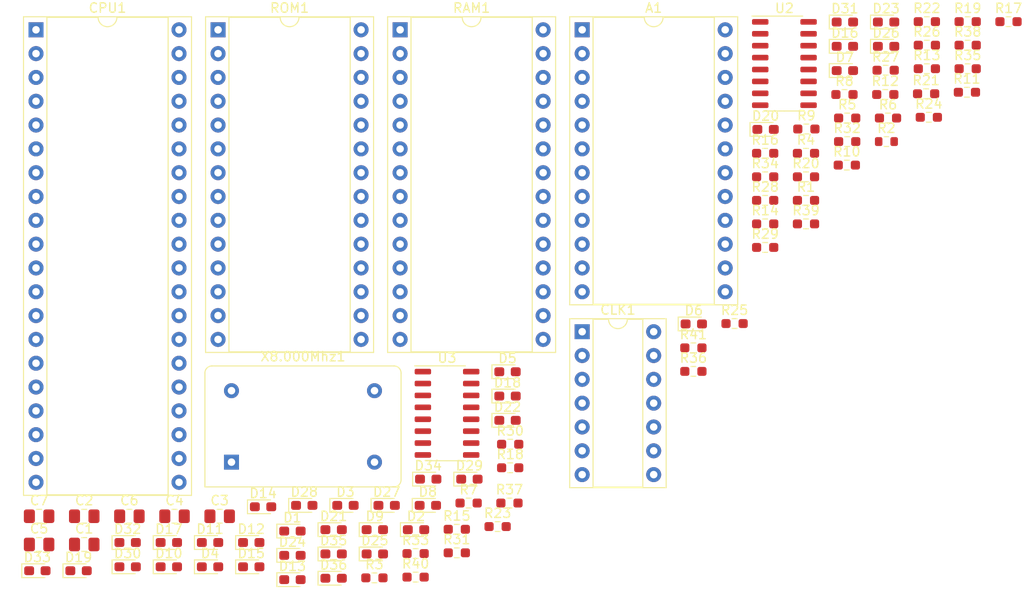
<source format=kicad_pcb>
(kicad_pcb (version 20211014) (generator pcbnew)
  (layers (0 "F.Cu" signal) (31 "B.Cu" signal) (34 "B.Paste" user) (35 "F.Paste" user) (36 "B.SilkS" user "B.Silkscreen") (37 "F.SilkS" user "F.Silkscreen") (38 "B.Mask" user) (39 "F.Mask" user) (44 "Edge.Cuts" user))
  (net 0 "")
  (net 5 "Net-(A1-Pad5)")
  (net 6 "Net-(A1-Pad6)")
  (net 9 "Net-(A1-Pad9)")
  (net 25 "Net-(C1-Pad1)")
  (net 26 "GND")
  (net 27 "+5V")
  (net 28 "Net-(C5-Pad1)")
  (net 29 "Net-(C6-Pad1)")
  (net 30 "Net-(C7-Pad2)")
  (net 31 "Net-(CLK1-Pad1)")
  (net 32 "Net-(CLK1-Pad8)")
  (net 33 "/ManClk")
  (net 34 "/A11")
  (net 35 "/A12")
  (net 36 "/A13")
  (net 37 "/A14")
  (net 38 "/A15")
  (net 39 "Clock")
  (net 40 "/D4")
  (net 41 "/D3")
  (net 42 "/D5")
  (net 43 "/D6")
  (net 44 "/D2")
  (net 45 "/D7")
  (net 46 "/D0")
  (net 47 "/D1")
  (net 48 "/INT")
  (net 49 "/NMI")
  (net 50 "/HALT")
  (net 51 "/MREQ")
  (net 52 "/IORQ")
  (net 53 "/RD")
  (net 54 "/WR")
  (net 56 "/WAIT")
  (net 58 "Net-(CPU1-Pad26)")
  (net 59 "/M1")
  (net 60 "/RFSH")
  (net 61 "/A0")
  (net 62 "/A1")
  (net 63 "/A2")
  (net 64 "/A3")
  (net 65 "/A4")
  (net 66 "/A5")
  (net 67 "/A6")
  (net 68 "/A7")
  (net 69 "/A8")
  (net 70 "/A9")
  (net 71 "/A10")
  (net 72 "Net-(D1-Pad2)")
  (net 73 "Net-(D2-Pad2)")
  (net 74 "Net-(D3-Pad1)")
  (net 75 "Net-(D4-Pad1)")
  (net 76 "Net-(D5-Pad1)")
  (net 77 "Net-(D6-Pad1)")
  (net 78 "Net-(D7-Pad1)")
  (net 79 "Net-(D8-Pad1)")
  (net 80 "Net-(D9-Pad1)")
  (net 81 "Net-(D10-Pad1)")
  (net 82 "Net-(D11-Pad1)")
  (net 83 "Net-(D12-Pad1)")
  (net 84 "Net-(D13-Pad1)")
  (net 85 "Net-(D14-Pad1)")
  (net 86 "Net-(D15-Pad1)")
  (net 87 "Net-(D16-Pad1)")
  (net 88 "Net-(D17-Pad1)")
  (net 89 "Net-(D18-Pad1)")
  (net 90 "Net-(D19-Pad1)")
  (net 91 "Net-(D20-Pad1)")
  (net 92 "Net-(D21-Pad1)")
  (net 93 "Net-(D22-Pad1)")
  (net 94 "Net-(D23-Pad1)")
  (net 95 "Net-(D24-Pad1)")
  (net 96 "Net-(D25-Pad1)")
  (net 97 "Net-(D26-Pad1)")
  (net 98 "Net-(D27-Pad1)")
  (net 99 "Net-(D28-Pad1)")
  (net 100 "Net-(D29-Pad1)")
  (net 101 "Net-(D30-Pad1)")
  (net 102 "Net-(D31-Pad1)")
  (net 103 "Net-(D32-Pad1)")
  (net 104 "Net-(D33-Pad1)")
  (net 105 "Net-(D34-Pad1)")
  (net 106 "Net-(D35-Pad1)")
  (net 107 "Net-(D36-Pad1)")
  (net 108 "Net-(R3-Pad1)")
  (net 109 "/AdjClk")
  (net 110 "/RST")
  (net 111 "/RAM1-CS")
  (net 112 "/ROM1-CS")
  (net 113 "Net-(U2-Pad9)")
  (net 114 "Net-(A1-Pad27)")
  (net 115 "Net-(A1-Pad26)")
  (net 116 "Net-(A1-Pad28)")
  (net 121 "/FstClk")
  (footprint "LED_SMD:LED_0603_1608Metric_Pad1.05x0.95mm_HandSolder" (layer "F.Cu") (at 130.405 111.68)
    (fp_text reference "D28" (at 0 -1.43) (layer "F.SilkS"))
    (fp_text value "LED_Small")
    (pad "1" smd roundrect (at -0.875 0) (size 1.05 0.95) (layers "F.Cu" "F.Paste" "F.Mask") (net 99 "Net-(D28-Pad1)"))
    (pad "2" smd roundrect (at 0.875 0) (size 1.05 0.95) (layers "F.Cu" "F.Paste" "F.Mask") (net 38 "/A15"))
  )
  (footprint "LED_SMD:LED_0603_1608Metric_Pad1.05x0.95mm_HandSolder" (layer "F.Cu") (at 143.615 108.88)
    (fp_text reference "D34" (at 0 -1.43) (layer "F.SilkS"))
    (fp_text value "LED_Small")
    (pad "1" smd roundrect (at -0.875 0) (size 1.05 0.95) (layers "F.Cu" "F.Paste" "F.Mask") (net 105 "Net-(D34-Pad1)"))
    (pad "2" smd roundrect (at 0.875 0) (size 1.05 0.95) (layers "F.Cu" "F.Paste" "F.Mask") (net 42 "/D5"))
  )
  (footprint "Resistor_SMD:R_0603_1608Metric_Pad0.98x0.95mm_HandSolder" (layer "F.Cu") (at 179.52 84.17)
    (fp_text reference "R29" (at 0 -1.43) (layer "F.SilkS"))
    (fp_text value "1K")
    (pad "1" smd roundrect (at -0.9125 0) (size 0.975 0.95) (layers "F.Cu" "F.Paste" "F.Mask") (net 26 "GND"))
    (pad "2" smd roundrect (at 0.9125 0) (size 0.975 0.95) (layers "F.Cu" "F.Paste" "F.Mask") (net 95 "Net-(D24-Pad1)"))
  )
  (footprint "Resistor_SMD:R_0603_1608Metric_Pad0.98x0.95mm_HandSolder" (layer "F.Cu") (at 183.87 81.66)
    (fp_text reference "R39" (at 0 -1.43) (layer "F.SilkS"))
    (fp_text value "1K")
    (pad "1" smd roundrect (at -0.9125 0) (size 0.975 0.95) (layers "F.Cu" "F.Paste" "F.Mask") (net 26 "GND"))
    (pad "2" smd roundrect (at 0.9125 0) (size 0.975 0.95) (layers "F.Cu" "F.Paste" "F.Mask") (net 105 "Net-(D34-Pad1)"))
  )
  (footprint "Package_DIP:DIP-28_W15.24mm_Socket" (layer "F.Cu") (at 121.22 60.96)
    (fp_text reference "ROM1" (at 7.62 -2.33) (layer "F.SilkS"))
    (fp_text value "AT28C64B-15SU")
    (pad "1" thru_hole rect (at 0 0) (size 1.6 1.6) (drill 0.8) (layers *.Cu *.Mask))
    (pad "2" thru_hole oval (at 0 2.54) (size 1.6 1.6) (drill 0.8) (layers *.Cu *.Mask) (net 35 "/A12"))
    (pad "3" thru_hole oval (at 0 5.08) (size 1.6 1.6) (drill 0.8) (layers *.Cu *.Mask) (net 68 "/A7"))
    (pad "4" thru_hole oval (at 0 7.62) (size 1.6 1.6) (drill 0.8) (layers *.Cu *.Mask) (net 67 "/A6"))
    (pad "5" thru_hole oval (at 0 10.16) (size 1.6 1.6) (drill 0.8) (layers *.Cu *.Mask) (net 66 "/A5"))
    (pad "6" thru_hole oval (at 0 12.7) (size 1.6 1.6) (drill 0.8) (layers *.Cu *.Mask) (net 65 "/A4"))
    (pad "7" thru_hole oval (at 0 15.24) (size 1.6 1.6) (drill 0.8) (layers *.Cu *.Mask) (net 64 "/A3"))
    (pad "8" thru_hole oval (at 0 17.78) (size 1.6 1.6) (drill 0.8) (layers *.Cu *.Mask) (net 63 "/A2"))
    (pad "9" thru_hole oval (at 0 20.32) (size 1.6 1.6) (drill 0.8) (layers *.Cu *.Mask) (net 62 "/A1"))
    (pad "10" thru_hole oval (at 0 22.86) (size 1.6 1.6) (drill 0.8) (layers *.Cu *.Mask) (net 61 "/A0"))
    (pad "11" thru_hole oval (at 0 25.4) (size 1.6 1.6) (drill 0.8) (layers *.Cu *.Mask) (net 46 "/D0"))
    (pad "12" thru_hole oval (at 0 27.94) (size 1.6 1.6) (drill 0.8) (layers *.Cu *.Mask) (net 47 "/D1"))
    (pad "13" thru_hole oval (at 0 30.48) (size 1.6 1.6) (drill 0.8) (layers *.Cu *.Mask) (net 44 "/D2"))
    (pad "14" thru_hole oval (at 0 33.02) (size 1.6 1.6) (drill 0.8) (layers *.Cu *.Mask) (net 26 "GND"))
    (pad "15" thru_hole oval (at 15.24 33.02) (size 1.6 1.6) (drill 0.8) (layers *.Cu *.Mask) (net 41 "/D3"))
    (pad "16" thru_hole oval (at 15.24 30.48) (size 1.6 1.6) (drill 0.8) (layers *.Cu *.Mask) (net 40 "/D4"))
    (pad "17" thru_hole oval (at 15.24 27.94) (size 1.6 1.6) (drill 0.8) (layers *.Cu *.Mask) (net 42 "/D5"))
    (pad "18" thru_hole oval (at 15.24 25.4) (size 1.6 1.6) (drill 0.8) (layers *.Cu *.Mask) (net 43 "/D6"))
    (pad "19" thru_hole oval (at 15.24 22.86) (size 1.6 1.6) (drill 0.8) (layers *.Cu *.Mask) (net 45 "/D7"))
    (pad "20" thru_hole oval (at 15.24 20.32) (size 1.6 1.6) (drill 0.8) (layers *.Cu *.Mask) (net 112 "/ROM1-CS"))
    (pad "21" thru_hole oval (at 15.24 17.78) (size 1.6 1.6) (drill 0.8) (layers *.Cu *.Mask) (net 71 "/A10"))
    (pad "22" thru_hole oval (at 15.24 15.24) (size 1.6 1.6) (drill 0.8) (layers *.Cu *.Mask) (net 53 "/RD"))
    (pad "23" thru_hole oval (at 15.24 12.7) (size 1.6 1.6) (drill 0.8) (layers *.Cu *.Mask) (net 34 "/A11"))
    (pad "24" thru_hole oval (at 15.24 10.16) (size 1.6 1.6) (drill 0.8) (layers *.Cu *.Mask) (net 70 "/A9"))
    (pad "25" thru_hole oval (at 15.24 7.62) (size 1.6 1.6) (drill 0.8) (layers *.Cu *.Mask) (net 69 "/A8"))
    (pad "26" thru_hole oval (at 15.24 5.08) (size 1.6 1.6) (drill 0.8) (layers *.Cu *.Mask))
    (pad "27" thru_hole oval (at 15.24 2.54) (size 1.6 1.6) (drill 0.8) (layers *.Cu *.Mask) (net 54 "/WR"))
    (pad "28" thru_hole oval (at 15.24 0) (size 1.6 1.6) (drill 0.8) (layers *.Cu *.Mask) (net 27 "+5V"))
  )
  (footprint "Package_DIP:DIP-40_W15.24mm_Socket" (layer "F.Cu") (at 101.82 60.96)
    (fp_text reference "CPU1" (at 7.62 -2.33) (layer "F.SilkS"))
    (fp_text value "Z84C0010PEG")
    (pad "1" thru_hole rect (at 0 0) (size 1.6 1.6) (drill 0.8) (layers *.Cu *.Mask) (net 34 "/A11"))
    (pad "2" thru_hole oval (at 0 2.54) (size 1.6 1.6) (drill 0.8) (layers *.Cu *.Mask) (net 35 "/A12"))
    (pad "3" thru_hole oval (at 0 5.08) (size 1.6 1.6) (drill 0.8) (layers *.Cu *.Mask) (net 36 "/A13"))
    (pad "4" thru_hole oval (at 0 7.62) (size 1.6 1.6) (drill 0.8) (layers *.Cu *.Mask) (net 37 "/A14"))
    (pad "5" thru_hole oval (at 0 10.16) (size 1.6 1.6) (drill 0.8) (layers *.Cu *.Mask) (net 38 "/A15"))
    (pad "6" thru_hole oval (at 0 12.7) (size 1.6 1.6) (drill 0.8) (layers *.Cu *.Mask) (net 39 "Clock"))
    (pad "7" thru_hole oval (at 0 15.24) (size 1.6 1.6) (drill 0.8) (layers *.Cu *.Mask) (net 40 "/D4"))
    (pad "8" thru_hole oval (at 0 17.78) (size 1.6 1.6) (drill 0.8) (layers *.Cu *.Mask) (net 41 "/D3"))
    (pad "9" thru_hole oval (at 0 20.32) (size 1.6 1.6) (drill 0.8) (layers *.Cu *.Mask) (net 42 "/D5"))
    (pad "10" thru_hole oval (at 0 22.86) (size 1.6 1.6) (drill 0.8) (layers *.Cu *.Mask) (net 43 "/D6"))
    (pad "11" thru_hole oval (at 0 25.4) (size 1.6 1.6) (drill 0.8) (layers *.Cu *.Mask) (net 27 "+5V"))
    (pad "12" thru_hole oval (at 0 27.94) (size 1.6 1.6) (drill 0.8) (layers *.Cu *.Mask) (net 44 "/D2"))
    (pad "13" thru_hole oval (at 0 30.48) (size 1.6 1.6) (drill 0.8) (layers *.Cu *.Mask) (net 45 "/D7"))
    (pad "14" thru_hole oval (at 0 33.02) (size 1.6 1.6) (drill 0.8) (layers *.Cu *.Mask) (net 46 "/D0"))
    (pad "15" thru_hole oval (at 0 35.56) (size 1.6 1.6) (drill 0.8) (layers *.Cu *.Mask) (net 47 "/D1"))
    (pad "16" thru_hole oval (at 0 38.1) (size 1.6 1.6) (drill 0.8) (layers *.Cu *.Mask) (net 48 "/INT"))
    (pad "17" thru_hole oval (at 0 40.64) (size 1.6 1.6) (drill 0.8) (layers *.Cu *.Mask) (net 49 "/NMI"))
    (pad "18" thru_hole oval (at 0 43.18) (size 1.6 1.6) (drill 0.8) (layers *.Cu *.Mask) (net 50 "/HALT"))
    (pad "19" thru_hole oval (at 0 45.72) (size 1.6 1.6) (drill 0.8) (layers *.Cu *.Mask) (net 51 "/MREQ"))
    (pad "20" thru_hole oval (at 0 48.26) (size 1.6 1.6) (drill 0.8) (layers *.Cu *.Mask) (net 52 "/IORQ"))
    (pad "21" thru_hole oval (at 15.24 48.26) (size 1.6 1.6) (drill 0.8) (layers *.Cu *.Mask) (net 53 "/RD"))
    (pad "22" thru_hole oval (at 15.24 45.72) (size 1.6 1.6) (drill 0.8) (layers *.Cu *.Mask) (net 54 "/WR"))
    (pad "23" thru_hole oval (at 15.24 43.18) (size 1.6 1.6) (drill 0.8) (layers *.Cu *.Mask))
    (pad "24" thru_hole oval (at 15.24 40.64) (size 1.6 1.6) (drill 0.8) (layers *.Cu *.Mask) (net 56 "/WAIT"))
    (pad "25" thru_hole oval (at 15.24 38.1) (size 1.6 1.6) (drill 0.8) (layers *.Cu *.Mask))
    (pad "26" thru_hole oval (at 15.24 35.56) (size 1.6 1.6) (drill 0.8) (layers *.Cu *.Mask) (net 58 "Net-(CPU1-Pad26)"))
    (pad "27" thru_hole oval (at 15.24 33.02) (size 1.6 1.6) (drill 0.8) (layers *.Cu *.Mask) (net 59 "/M1"))
    (pad "28" thru_hole oval (at 15.24 30.48) (size 1.6 1.6) (drill 0.8) (layers *.Cu *.Mask) (net 60 "/RFSH"))
    (pad "29" thru_hole oval (at 15.24 27.94) (size 1.6 1.6) (drill 0.8) (layers *.Cu *.Mask) (net 26 "GND"))
    (pad "30" thru_hole oval (at 15.24 25.4) (size 1.6 1.6) (drill 0.8) (layers *.Cu *.Mask) (net 61 "/A0"))
    (pad "31" thru_hole oval (at 15.24 22.86) (size 1.6 1.6) (drill 0.8) (layers *.Cu *.Mask) (net 62 "/A1"))
    (pad "32" thru_hole oval (at 15.24 20.32) (size 1.6 1.6) (drill 0.8) (layers *.Cu *.Mask) (net 63 "/A2"))
    (pad "33" thru_hole oval (at 15.24 17.78) (size 1.6 1.6) (drill 0.8) (layers *.Cu *.Mask) (net 64 "/A3"))
    (pad "34" thru_hole oval (at 15.24 15.24) (size 1.6 1.6) (drill 0.8) (layers *.Cu *.Mask) (net 65 "/A4"))
    (pad "35" thru_hole oval (at 15.24 12.7) (size 1.6 1.6) (drill 0.8) (layers *.Cu *.Mask) (net 66 "/A5"))
    (pad "36" thru_hole oval (at 15.24 10.16) (size 1.6 1.6) (drill 0.8) (layers *.Cu *.Mask) (net 67 "/A6"))
    (pad "37" thru_hole oval (at 15.24 7.62) (size 1.6 1.6) (drill 0.8) (layers *.Cu *.Mask) (net 68 "/A7"))
    (pad "38" thru_hole oval (at 15.24 5.08) (size 1.6 1.6) (drill 0.8) (layers *.Cu *.Mask) (net 69 "/A8"))
    (pad "39" thru_hole oval (at 15.24 2.54) (size 1.6 1.6) (drill 0.8) (layers *.Cu *.Mask) (net 70 "/A9"))
    (pad "40" thru_hole oval (at 15.24 0) (size 1.6 1.6) (drill 0.8) (layers *.Cu *.Mask) (net 71 "/A10"))
  )
  (footprint "LED_SMD:LED_0603_1608Metric_Pad1.05x0.95mm_HandSolder" (layer "F.Cu") (at 111.585 115.64)
    (fp_text reference "D32" (at 0 -1.43) (layer "F.SilkS"))
    (fp_text value "LED_Small")
    (pad "1" smd roundrect (at -0.875 0) (size 1.05 0.95) (layers "F.Cu" "F.Paste" "F.Mask") (net 103 "Net-(D32-Pad1)"))
    (pad "2" smd roundrect (at 0.875 0) (size 1.05 0.95) (layers "F.Cu" "F.Paste" "F.Mask") (net 41 "/D3"))
  )
  (footprint "LED_SMD:LED_0603_1608Metric_Pad1.05x0.95mm_HandSolder" (layer "F.Cu") (at 152.065 102.61)
    (fp_text reference "D22" (at 0 -1.43) (layer "F.SilkS"))
    (fp_text value "LED_Small")
    (pad "1" smd roundrect (at -0.875 0) (size 1.05 0.95) (layers "F.Cu" "F.Paste" "F.Mask") (net 93 "Net-(D22-Pad1)"))
    (pad "2" smd roundrect (at 0.875 0) (size 1.05 0.95) (layers "F.Cu" "F.Paste" "F.Mask") (net 70 "/A9"))
  )
  (footprint "Resistor_SMD:R_0603_1608Metric_Pad0.98x0.95mm_HandSolder" (layer "F.Cu") (at 171.87 94.88)
    (fp_text reference "R41" (at 0 -1.43) (layer "F.SilkS"))
    (fp_text value "1K")
    (pad "1" smd roundrect (at -0.9125 0) (size 0.975 0.95) (layers "F.Cu" "F.Paste" "F.Mask") (net 26 "GND"))
    (pad "2" smd roundrect (at 0.9125 0) (size 0.975 0.95) (layers "F.Cu" "F.Paste" "F.Mask") (net 107 "Net-(D36-Pad1)"))
  )
  (footprint "Resistor_SMD:R_0603_1608Metric_Pad0.98x0.95mm_HandSolder" (layer "F.Cu") (at 179.52 81.66)
    (fp_text reference "R14" (at 0 -1.43) (layer "F.SilkS"))
    (fp_text value "1K")
    (pad "1" smd roundrect (at -0.9125 0) (size 0.975 0.95) (layers "F.Cu" "F.Paste" "F.Mask") (net 26 "GND"))
    (pad "2" smd roundrect (at 0.9125 0) (size 0.975 0.95) (layers "F.Cu" "F.Paste" "F.Mask") (net 80 "Net-(D9-Pad1)"))
  )
  (footprint "LED_SMD:LED_0603_1608Metric_Pad1.05x0.95mm_HandSolder" (layer "F.Cu") (at 120.365 118.23)
    (fp_text reference "D4" (at 0 -1.43) (layer "F.SilkS"))
    (fp_text value "LED_Small")
    (pad "1" smd roundrect (at -0.875 0) (size 1.05 0.95) (layers "F.Cu" "F.Paste" "F.Mask") (net 75 "Net-(D4-Pad1)"))
    (pad "2" smd roundrect (at 0.875 0) (size 1.05 0.95) (layers "F.Cu" "F.Paste" "F.Mask") (net 51 "/MREQ"))
  )
  (footprint "Capacitor_SMD:C_0805_2012Metric_Pad1.18x1.45mm_HandSolder" (layer "F.Cu") (at 102.15 112.84)
    (fp_text reference "C7" (at 0 -1.68) (layer "F.SilkS"))
    (fp_text value "0.1uF")
    (pad "1" smd roundrect (at -1.0375 0) (size 1.175 1.45) (layers "F.Cu" "F.Paste" "F.Mask") (roundrect_rratio 0.212766) (net 26 "GND"))
    (pad "2" smd roundrect (at 1.0375 0) (size 1.175 1.45) (layers "F.Cu" "F.Paste" "F.Mask") (roundrect_rratio 0.212766) (net 30 "Net-(C7-Pad2)"))
  )
  (footprint "Resistor_SMD:R_0603_1608Metric_Pad0.98x0.95mm_HandSolder" (layer "F.Cu") (at 201.1 65.11)
    (fp_text reference "R35" (at 0 -1.43) (layer "F.SilkS"))
    (fp_text value "1K")
    (pad "1" smd roundrect (at -0.9125 0) (size 0.975 0.95) (layers "F.Cu" "F.Paste" "F.Mask") (net 26 "GND"))
    (pad "2" smd roundrect (at 0.9125 0) (size 0.975 0.95) (layers "F.Cu" "F.Paste" "F.Mask") (net 101 "Net-(D30-Pad1)"))
  )
  (footprint "LED_SMD:LED_0603_1608Metric_Pad1.05x0.95mm_HandSolder" (layer "F.Cu") (at 133.535 116.86)
    (fp_text reference "D35" (at 0 -1.43) (layer "F.SilkS"))
    (fp_text value "LED_Small")
    (pad "1" smd roundrect (at -0.875 0) (size 1.05 0.95) (layers "F.Cu" "F.Paste" "F.Mask") (net 106 "Net-(D35-Pad1)"))
    (pad "2" smd roundrect (at 0.875 0) (size 1.05 0.95) (layers "F.Cu" "F.Paste" "F.Mask") (net 43 "/D6"))
  )
  (footprint "Resistor_SMD:R_0603_1608Metric_Pad0.98x0.95mm_HandSolder" (layer "F.Cu") (at 188.26 70.37)
    (fp_text reference "R5" (at 0 -1.43) (layer "F.SilkS"))
    (fp_text value "10K")
    (pad "1" smd roundrect (at -0.9125 0) (size 0.975 0.95) (layers "F.Cu" "F.Paste" "F.Mask") (net 72 "Net-(D1-Pad2)"))
    (pad "2" smd roundrect (at 0.9125 0) (size 0.975 0.95) (layers "F.Cu" "F.Paste" "F.Mask") (net 109 "/AdjClk"))
  )
  (footprint "Resistor_SMD:R_0603_1608Metric_Pad0.98x0.95mm_HandSolder" (layer "F.Cu") (at 183.87 74.13)
    (fp_text reference "R4" (at 0 -1.43) (layer "F.SilkS"))
    (fp_text value "2M")
    (pad "1" smd roundrect (at -0.9125 0) (size 0.975 0.95) (layers "F.Cu" "F.Paste" "F.Mask") (net 27 "+5V"))
    (pad "2" smd roundrect (at 0.9125 0) (size 0.975 0.95) (layers "F.Cu" "F.Paste" "F.Mask") (net 30 "Net-(C7-Pad2)"))
  )
  (footprint "LED_SMD:LED_0603_1608Metric_Pad1.05x0.95mm_HandSolder" (layer "F.Cu") (at 124.755 118.23)
    (fp_text reference "D15" (at 0 -1.43) (layer "F.SilkS"))
    (fp_text value "LED_Small")
    (pad "1" smd roundrect (at -0.875 0) (size 1.05 0.95) (layers "F.Cu" "F.Paste" "F.Mask") (net 86 "Net-(D15-Pad1)"))
    (pad "2" smd roundrect (at 0.875 0) (size 1.05 0.95) (layers "F.Cu" "F.Paste" "F.Mask") (net 63 "/A2"))
  )
  (footprint "LED_SMD:LED_0603_1608Metric_Pad1.05x0.95mm_HandSolder" (layer "F.Cu") (at 188.015 60.13)
    (fp_text reference "D31" (at 0 -1.43) (layer "F.SilkS"))
    (fp_text value "LED_Small")
    (pad "1" smd roundrect (at -0.875 0) (size 1.05 0.95) (layers "F.Cu" "F.Paste" "F.Mask") (net 102 "Net-(D31-Pad1)"))
    (pad "2" smd roundrect (at 0.875 0) (size 1.05 0.95) (layers "F.Cu" "F.Paste" "F.Mask") (net 44 "/D2"))
  )
  (footprint "LED_SMD:LED_0603_1608Metric_Pad1.05x0.95mm_HandSolder" (layer "F.Cu") (at 137.925 114.27)
    (fp_text reference "D9" (at 0 -1.43) (layer "F.SilkS"))
    (fp_text value "LED_Small")
    (pad "1" smd roundrect (at -0.875 0) (size 1.05 0.95) (layers "F.Cu" "F.Paste" "F.Mask") (net 80 "Net-(D9-Pad1)"))
    (pad "2" smd roundrect (at 0.875 0) (size 1.05 0.95) (layers "F.Cu" "F.Paste" "F.Mask") (net 60 "/RFSH"))
  )
  (footprint "Resistor_SMD:R_0603_1608Metric_Pad0.98x0.95mm_HandSolder" (layer "F.Cu") (at 152.35 105.16)
    (fp_text reference "R30" (at 0 -1.43) (layer "F.SilkS"))
    (fp_text value "1K")
    (pad "1" smd roundrect (at -0.9125 0) (size 0.975 0.95) (layers "F.Cu" "F.Paste" "F.Mask") (net 26 "GND"))
    (pad "2" smd roundrect (at 0.9125 0) (size 0.975 0.95) (layers "F.Cu" "F.Paste" "F.Mask") (net 96 "Net-(D25-Pad1)"))
  )
  (footprint "Resistor_SMD:R_0603_1608Metric_Pad0.98x0.95mm_HandSolder" (layer "F.Cu") (at 179.52 79.15)
    (fp_text reference "R28" (at 0 -1.43) (layer "F.SilkS"))
    (fp_text value "1K")
    (pad "1" smd roundrect (at -0.9125 0) (size 0.975 0.95) (layers "F.Cu" "F.Paste" "F.Mask") (net 26 "GND"))
    (pad "2" smd roundrect (at 0.9125 0) (size 0.975 0.95) (layers "F.Cu" "F.Paste" "F.Mask") (net 94 "Net-(D23-Pad1)"))
  )
  (footprint "Resistor_SMD:R_0603_1608Metric_Pad0.98x0.95mm_HandSolder" (layer "F.Cu") (at 196.96 70.29)
    (fp_text reference "R24" (at 0 -1.43) (layer "F.SilkS"))
    (fp_text value "1K")
    (pad "1" smd roundrect (at -0.9125 0) (size 0.975 0.95) (layers "F.Cu" "F.Paste" "F.Mask") (net 26 "GND"))
    (pad "2" smd roundrect (at 0.9125 0) (size 0.975 0.95) (layers "F.Cu" "F.Paste" "F.Mask") (net 90 "Net-(D19-Pad1)"))
  )
  (footprint "Resistor_SMD:R_0603_1608Metric_Pad0.98x0.95mm_HandSolder" (layer "F.Cu") (at 152.27 111.43)
    (fp_text reference "R37" (at 0 -1.43) (layer "F.SilkS"))
    (fp_text value "1K")
    (pad "1" smd roundrect (at -0.9125 0) (size 0.975 0.95) (layers "F.Cu" "F.Paste" "F.Mask") (net 26 "GND"))
    (pad "2" smd roundrect (at 0.9125 0) (size 0.975 0.95) (layers "F.Cu" "F.Paste" "F.Mask") (net 103 "Net-(D32-Pad1)"))
  )
  (footprint "Resistor_SMD:R_0603_1608Metric_Pad0.98x0.95mm_HandSolder" (layer "F.Cu") (at 137.88 119.41)
    (fp_text reference "R3" (at 0 -1.43) (layer "F.SilkS"))
    (fp_text value "1K")
    (pad "1" smd roundrect (at -0.9125 0) (size 0.975 0.95) (layers "F.Cu" "F.Paste" "F.Mask") (net 108 "Net-(R3-Pad1)"))
    (pad "2" smd roundrect (at 0.9125 0) (size 0.975 0.95) (layers "F.Cu" "F.Paste" "F.Mask") (net 31 "Net-(CLK1-Pad1)"))
  )
  (footprint "Resistor_SMD:R_0603_1608Metric_Pad0.98x0.95mm_HandSolder" (layer "F.Cu") (at 201.02 67.62)
    (fp_text reference "R11" (at 0 -1.43) (layer "F.SilkS"))
    (fp_text value "1K")
    (pad "1" smd roundrect (at -0.9125 0) (size 0.975 0.95) (layers "F.Cu" "F.Paste" "F.Mask") (net 26 "GND"))
    (pad "2" smd roundrect (at 0.9125 0) (size 0.975 0.95) (layers "F.Cu" "F.Paste" "F.Mask") (net 77 "Net-(D6-Pad1)"))
  )
  (footprint "LED_SMD:LED_0603_1608Metric_Pad1.05x0.95mm_HandSolder" (layer "F.Cu") (at 101.965 118.65)
    (fp_text reference "D33" (at 0 -1.43) (layer "F.SilkS"))
    (fp_text value "LED_Small")
    (pad "1" smd roundrect (at -0.875 0) (size 1.05 0.95) (layers "F.Cu" "F.Paste" "F.Mask") (net 104 "Net-(D33-Pad1)"))
    (pad "2" smd roundrect (at 0.875 0) (size 1.05 0.95) (layers "F.Cu" "F.Paste" "F.Mask") (net 40 "/D4"))
  )
  (footprint "LED_SMD:LED_0603_1608Metric_Pad1.05x0.95mm_HandSolder" (layer "F.Cu") (at 124.755 115.64)
    (fp_text reference "D12" (at 0 -1.43) (layer "F.SilkS"))
    (fp_text value "LED_Small")
    (pad "1" smd roundrect (at -0.875 0) (size 1.05 0.95) (layers "F.Cu" "F.Paste" "F.Mask") (net 83 "Net-(D12-Pad1)"))
    (pad "2" smd roundrect (at 0.875 0) (size 1.05 0.95) (layers "F.Cu" "F.Paste" "F.Mask") (net 49 "/NMI"))
  )
  (footprint "Resistor_SMD:R_0603_1608Metric_Pad0.98x0.95mm_HandSolder" (layer "F.Cu") (at 183.87 76.64)
    (fp_text reference "R20" (at 0 -1.43) (layer "F.SilkS"))
    (fp_text value "1K")
    (pad "1" smd roundrect (at -0.9125 0) (size 0.975 0.95) (layers "F.Cu" "F.Paste" "F.Mask") (net 26 "GND"))
    (pad "2" smd roundrect (at 0.9125 0) (size 0.975 0.95) (layers "F.Cu" "F.Paste" "F.Mask") (net 86 "Net-(D15-Pad1)"))
  )
  (footprint "Resistor_SMD:R_0603_1608Metric_Pad0.98x0.95mm_HandSolder" (layer "F.Cu") (at 188.22 75.39)
    (fp_text reference "R10" (at 0 -1.43) (layer "F.SilkS"))
    (fp_text value "1K")
    (pad "1" smd roundrect (at -0.9125 0) (size 0.975 0.95) (layers "F.Cu" "F.Paste" "F.Mask") (net 26 "GND"))
    (pad "2" smd roundrect (at 0.9125 0) (size 0.975 0.95) (layers "F.Cu" "F.Paste" "F.Mask") (net 76 "Net-(D5-Pad1)"))
  )
  (footprint "Resistor_SMD:R_0603_1608Metric_Pad0.98x0.95mm_HandSolder" (layer "F.Cu") (at 146.66 114.23)
    (fp_text reference "R15" (at 0 -1.43) (layer "F.SilkS"))
    (fp_text value "1K")
    (pad "1" smd roundrect (at -0.9125 0) (size 0.975 0.95) (layers "F.Cu" "F.Paste" "F.Mask") (net 26 "GND"))
    (pad "2" smd roundrect (at 0.9125 0) (size 0.975 0.95) (layers "F.Cu" "F.Paste" "F.Mask") (net 81 "Net-(D10-Pad1)"))
  )
  (footprint "Resistor_SMD:R_0603_1608Metric_Pad0.98x0.95mm_HandSolder" (layer "F.Cu") (at 205.45 60.09)
    (fp_text reference "R17" (at 0 -1.43) (layer "F.SilkS"))
    (fp_text value "1K")
    (pad "1" smd roundrect (at -0.9125 0) (size 0.975 0.95) (layers "F.Cu" "F.Paste" "F.Mask") (net 26 "GND"))
    (pad "2" smd roundrect (at 0.9125 0) (size 0.975 0.95) (layers "F.Cu" "F.Paste" "F.Mask") (net 83 "Net-(D12-Pad1)"))
  )
  (footprint "Resistor_SMD:R_0603_1608Metric_Pad0.98x0.95mm_HandSolder" (layer "F.Cu") (at 188.26 72.88)
    (fp_text reference "R32" (at 0 -1.43) (layer "F.SilkS"))
    (fp_text value "1K")
    (pad "1" smd roundrect (at -0.9125 0) (size 0.975 0.95) (layers "F.Cu" "F.Paste" "F.Mask") (net 26 "GND"))
    (pad "2" smd roundrect (at 0.9125 0) (size 0.975 0.95) (layers "F.Cu" "F.Paste" "F.Mask") (net 98 "Net-(D27-Pad1)"))
  )
  (footprint "LED_SMD:LED_0603_1608Metric_Pad1.05x0.95mm_HandSolder" (layer "F.Cu") (at 129.145 114.42)
    (fp_text reference "D1" (at 0 -1.43) (layer "F.SilkS"))
    (fp_text value "LED")
    (pad "1" smd roundrect (at -0.875 0) (size 1.05 0.95) (layers "F.Cu" "F.Paste" "F.Mask") (net 26 "GND"))
    (pad "2" smd roundrect (at 0.875 0) (size 1.05 0.95) (layers "F.Cu" "F.Paste" "F.Mask") (net 72 "Net-(D1-Pad2)"))
  )
  (footprint "LED_SMD:LED_0603_1608Metric_Pad1.05x0.95mm_HandSolder" (layer "F.Cu") (at 129.145 119.6)
    (fp_text reference "D13" (at 0 -1.43) (layer "F.SilkS"))
    (fp_text value "LED_Small")
    (pad "1" smd roundrect (at -0.875 0) (size 1.05 0.95) (layers "F.Cu" "F.Paste" "F.Mask") (net 84 "Net-(D13-Pad1)"))
    (pad "2" smd roundrect (at 0.875 0) (size 1.05 0.95) (layers "F.Cu" "F.Paste" "F.Mask") (net 61 "/A0"))
  )
  (footprint "LED_SMD:LED_0603_1608Metric_Pad1.05x0.95mm_HandSolder" (layer "F.Cu") (at 188.015 62.72)
    (fp_text reference "D16" (at 0 -1.43) (layer "F.SilkS"))
    (fp_text value "LED_Small")
    (pad "1" smd roundrect (at -0.875 0) (size 1.05 0.95) (layers "F.Cu" "F.Paste" "F.Mask") (net 87 "Net-(D16-Pad1)"))
    (pad "2" smd roundrect (at 0.875 0) (size 1.05 0.95) (layers "F.Cu" "F.Paste" "F.Mask") (net 64 "/A3"))
  )
  (footprint "Resistor_SMD:R_0603_1608Metric_Pad0.98x0.95mm_HandSolder" (layer "F.Cu") (at 196.75 65.11)
    (fp_text reference "R13" (at 0 -1.43) (layer "F.SilkS"))
    (fp_text value "1K")
    (pad "1" smd roundrect (at -0.9125 0) (size 0.975 0.95) (layers "F.Cu" "F.Paste" "F.Mask") (net 26 "GND"))
    (pad "2" smd roundrect (at 0.9125 0) (size 0.975 0.95) (layers "F.Cu" "F.Paste" "F.Mask") (net 79 "Net-(D8-Pad1)"))
  )
  (footprint "LED_SMD:LED_0603_1608Metric_Pad1.05x0.95mm_HandSolder" (layer "F.Cu") (at 143.575 111.68)
    (fp_text reference "D8" (at 0 -1.43) (layer "F.SilkS"))
    (fp_text value "LED_Small")
    (pad "1" smd roundrect (at -0.875 0) (size 1.05 0.95) (layers "F.Cu" "F.Paste" "F.Mask") (net 79 "Net-(D8-Pad1)"))
    (pad "2" smd roundrect (at 0.875 0) (size 1.05 0.95) (layers "F.Cu" "F.Paste" "F.Mask") (net 56 "/WAIT"))
  )
  (footprint "LED_SMD:LED_0603_1608Metric_Pad1.05x0.95mm_HandSolder" (layer "F.Cu") (at 133.535 119.45)
    (fp_text reference "D36" (at 0 -1.43) (layer "F.SilkS"))
    (fp_text value "LED_Small")
    (pad "1" smd roundrect (at -0.875 0) (size 1.05 0.95) (layers "F.Cu" "F.Paste" "F.Mask") (net 107 "Net-(D36-Pad1)"))
    (pad "2" smd roundrect (at 0.875 0) (size 1.05 0.95) (layers "F.Cu" "F.Paste" "F.Mask") (net 45 "/D7"))
  )
  (footprint "LED_SMD:LED_0603_1608Metric_Pad1.05x0.95mm_HandSolder" (layer "F.Cu") (at 171.915 92.33)
    (fp_text reference "D6" (at 0 -1.43) (layer "F.SilkS"))
    (fp_text value "LED_Small")
    (pad "1" smd roundrect (at -0.875 0) (size 1.05 0.95) (layers "F.Cu" "F.Paste" "F.Mask") (net 77 "Net-(D6-Pad1)"))
    (pad "2" smd roundrect (at 0.875 0) (size 1.05 0.95) (layers "F.Cu" "F.Paste" "F.Mask") (net 53 "/RD"))
  )
  (footprint "LED_SMD:LED_0603_1608Metric_Pad1.05x0.95mm_HandSolder" (layer "F.Cu") (at 188.015 65.31)
    (fp_text reference "D7" (at 0 -1.43) (layer "F.SilkS"))
    (fp_text value "LED_Small")
    (pad "1" smd roundrect (at -0.875 0) (size 1.05 0.95) (layers "F.Cu" "F.Paste" "F.Mask") (net 78 "Net-(D7-Pad1)"))
    (pad "2" smd roundrect (at 0.875 0) (size 1.05 0.95) (layers "F.Cu" "F.Paste" "F.Mask") (net 50 "/HALT"))
  )
  (footprint "Capacitor_SMD:C_0805_2012Metric_Pad1.18x1.45mm_HandSolder" (layer "F.Cu") (at 121.39 112.84)
    (fp_text reference "C3" (at 0 -1.68) (layer "F.SilkS"))
    (fp_text value "0.1uF")
    (pad "1" smd roundrect (at -1.0375 0) (size 1.175 1.45) (layers "F.Cu" "F.Paste" "F.Mask") (roundrect_rratio 0.212766) (net 26 "GND"))
    (pad "2" smd roundrect (at 1.0375 0) (size 1.175 1.45) (layers "F.Cu" "F.Paste" "F.Mask") (roundrect_rratio 0.212766) (net 27 "+5V"))
  )
  (footprint "LED_SMD:LED_0603_1608Metric_Pad1.05x0.95mm_HandSolder" (layer "F.Cu") (at 179.565 71.58)
    (fp_text reference "D20" (at 0 -1.43) (layer "F.SilkS"))
    (fp_text value "LED_Small")
    (pad "1" smd roundrect (at -0.875 0) (size 1.05 0.95) (layers "F.Cu" "F.Paste" "F.Mask") (net 91 "Net-(D20-Pad1)"))
    (pad "2" smd roundrect (at 0.875 0) (size 1.05 0.95) (layers "F.Cu" "F.Paste" "F.Mask") (net 68 "/A7"))
  )
  (footprint "Package_SO:SO-16_3.9x9.9mm_P1.27mm" (layer "F.Cu") (at 181.57 64.56)
    (fp_text reference "U2" (at 0 -5.9) (layer "F.SilkS"))
    (fp_text value "74HC595")
    (pad "1" smd roundrect (at -2.575 -4.445) (size 1.75 0.6) (layers "F.Cu" "F.Paste" "F.Mask") (net 62 "/A1"))
    (pad "2" smd roundrect (at -2.575 -3.175) (size 1.75 0.6) (layers "F.Cu" "F.Paste" "F.Mask") (net 63 "/A2"))
    (pad "3" smd roundrect (at -2.575 -1.905) (size 1.75 0.6) (layers "F.Cu" "F.Paste" "F.Mask") (net 64 "/A3"))
    (pad "4" smd roundrect (at -2.575 -0.635) (size 1.75 0.6) (layers "F.Cu" "F.Paste" "F.Mask") (net 65 "/A4"))
    (pad "5" smd roundrect (at -2.575 0.635) (size 1.75 0.6) (layers "F.Cu" "F.Paste" "F.Mask") (net 66 "/A5"))
    (pad "6" smd roundrect (at -2.575 1.905) (size 1.75 0.6) (layers "F.Cu" "F.Paste" "F.Mask") (net 67 "/A6"))
    (pad "7" smd roundrect (at -2.575 3.175) (size 1.75 0.6) (layers "F.Cu" "F.Paste" "F.Mask") (net 68 "/A7"))
    (pad "8" smd roundrect (at -2.575 4.445) (size 1.75 0.6) (layers "F.Cu" "F.Paste" "F.Mask") (net 26 "GND"))
    (pad "9" smd roundrect (at 2.575 4.445) (size 1.75 0.6) (layers "F.Cu" "F.Paste" "F.Mask") (net 113 "Net-(U2-Pad9)"))
    (pad "10" smd roundrect (at 2.575 3.175) (size 1.75 0.6) (layers "F.Cu" "F.Paste" "F.Mask") (net 27 "+5V"))
    (pad "11" smd roundrect (at 2.575 1.905) (size 1.75 0.6) (layers "F.Cu" "F.Paste" "F.Mask") (net 114 "Net-(A1-Pad27)"))
    (pad "12" smd roundrect (at 2.575 0.635) (size 1.75 0.6) (layers "F.Cu" "F.Paste" "F.Mask") (net 115 "Net-(A1-Pad26)"))
    (pad "13" smd roundrect (at 2.575 -0.635) (size 1.75 0.6) (layers "F.Cu" "F.Paste" "F.Mask") (net 26 "GND"))
    (pad "14" smd roundrect (at 2.575 -1.905) (size 1.75 0.6) (layers "F.Cu" "F.Paste" "F.Mask") (net 116 "Net-(A1-Pad28)"))
    (pad "15" smd roundrect (at 2.575 -3.175) (size 1.75 0.6) (layers "F.Cu" "F.Paste" "F.Mask") (net 61 "/A0"))
    (pad "16" smd roundrect (at 2.575 -4.445) (size 1.75 0.6) (layers "F.Cu" "F.Paste" "F.Mask") (net 27 "+5V"))
  )
  (footprint "Resistor_SMD:R_0603_1608Metric_Pad0.98x0.95mm_HandSolder" (layer "F.Cu") (at 151.01 113.94)
    (fp_text reference "R23" (at 0 -1.43) (layer "F.SilkS"))
    (fp_text value "1K")
    (pad "1" smd roundrect (at -0.9125 0) (size 0.975 0.95) (layers "F.Cu" "F.Paste" "F.Mask") (net 26 "GND"))
    (pad "2" smd roundrect (at 0.9125 0) (size 0.975 0.95) (layers "F.Cu" "F.Paste" "F.Mask") (net 89 "Net-(D18-Pad1)"))
  )
  (footprint "Resistor_SMD:R_0603_1608Metric_Pad0.98x0.95mm_HandSolder" (layer "F.Cu") (at 171.87 97.39)
    (fp_text reference "R36" (at 0 -1.43) (layer "F.SilkS"))
    (fp_text value "1K")
    (pad "1" smd roundrect (at -0.9125 0) (size 0.975 0.95) (layers "F.Cu" "F.Paste" "F.Mask") (net 26 "GND"))
    (pad "2" smd roundrect (at 0.9125 0) (size 0.975 0.95) (layers "F.Cu" "F.Paste" "F.Mask") (net 102 "Net-(D31-Pad1)"))
  )
  (footprint "LED_SMD:LED_0603_1608Metric_Pad1.05x0.95mm_HandSolder" (layer "F.Cu") (at 152.065 97.43)
    (fp_text reference "D5" (at 0 -1.43) (layer "F.SilkS"))
    (fp_text value "LED_Small")
    (pad "1" smd roundrect (at -0.875 0) (size 1.05 0.95) (layers "F.Cu" "F.Paste" "F.Mask") (net 76 "Net-(D5-Pad1)"))
    (pad "2" smd roundrect (at 0.875 0) (size 1.05 0.95) (layers "F.Cu" "F.Paste" "F.Mask") (net 54 "/WR"))
  )
  (footprint "LED_SMD:LED_0603_1608Metric_Pad1.05x0.95mm_HandSolder" (layer "F.Cu") (at 115.975 115.64)
    (fp_text reference "D17" (at 0 -1.43) (layer "F.SilkS"))
    (fp_text value "LED_Small")
    (pad "1" smd roundrect (at -0.875 0) (size 1.05 0.95) (layers "F.Cu" "F.Paste" "F.Mask") (net 88 "Net-(D17-Pad1)"))
    (pad "2" smd roundrect (at 0.875 0) (size 1.05 0.95) (layers "F.Cu" "F.Paste" "F.Mask") (net 65 "/A4"))
  )
  (footprint "Resistor_SMD:R_0603_1608Metric_Pad0.98x0.95mm_HandSolder" (layer "F.Cu") (at 187.97 67.86)
    (fp_text reference "R8" (at 0 -1.43) (layer "F.SilkS"))
    (fp_text value "1K")
    (pad "1" smd roundrect (at -0.9125 0) (size 0.975 0.95) (layers "F.Cu" "F.Paste" "F.Mask") (net 110 "/RST"))
    (pad "2" smd roundrect (at 0.9125 0) (size 0.975 0.95) (layers "F.Cu" "F.Paste" "F.Mask") (net 58 "Net-(CPU1-Pad26)"))
  )
  (footprint "LED_SMD:LED_0603_1608Metric_Pad1.05x0.95mm_HandSolder" (layer "F.Cu") (at 106.355 118.65)
    (fp_text reference "D19" (at 0 -1.43) (layer "F.SilkS"))
    (fp_text value "LED_Small")
    (pad "1" smd roundrect (at -0.875 0) (size 1.05 0.95) (layers "F.Cu" "F.Paste" "F.Mask") (net 90 "Net-(D19-Pad1)"))
    (pad "2" smd roundrect (at 0.875 0) (size 1.05 0.95) (layers "F.Cu" "F.Paste" "F.Mask") (net 67 "/A6"))
  )
  (footprint "LED_SMD:LED_0603_1608Metric_Pad1.05x0.95mm_HandSolder" (layer "F.Cu") (at 129.145 117.01)
    (fp_text reference "D24" (at 0 -1.43) (layer "F.SilkS"))
    (fp_text value "LED_Small")
    (pad "1" smd roundrect (at -0.875 0) (size 1.05 0.95) (layers "F.Cu" "F.Paste" "F.Mask") (net 95 "Net-(D24-Pad1)"))
    (pad "2" smd roundrect (at 0.875 0) (size 1.05 0.95) (layers "F.Cu" "F.Paste" "F.Mask") (net 34 "/A11"))
  )
  (footprint "Resistor_SMD:R_0603_1608Metric_Pad0.98x0.95mm_HandSolder" (layer "F.Cu") (at 179.52 74.13)
    (fp_text reference "R16" (at 0 -1.43) (layer "F.SilkS"))
    (fp_text value "1K")
    (pad "1" smd roundrect (at -0.9125 0) (size 0.975 0.95) (layers "F.Cu" "F.Paste" "F.Mask") (net 26 "GND"))
    (pad "2" smd roundrect (at 0.9125 0) (size 0.975 0.95) (layers "F.Cu" "F.Paste" "F.Mask") (net 82 "Net-(D11-Pad1)"))
  )
  (footprint "LED_SMD:LED_0603_1608Metric_Pad1.05x0.95mm_HandSolder" (layer "F.Cu") (at 192.405 60.13)
    (fp_text reference "D23" (at 0 -1.43) (layer "F.SilkS"))
    (fp_text value "LED_Small")
    (pad "1" smd roundrect (at -0.875 0) (size 1.05 0.95) (layers "F.Cu" "F.Paste" "F.Mask") (net 94 "Net-(D23-Pad1)"))
    (pad "2" smd roundrect (at 0.875 0) (size 1.05 0.95) (layers "F.Cu" "F.Paste" "F.Mask") (net 71 "/A10"))
  )
  (footprint "LED_SMD:LED_0603_1608Metric_Pad1.05x0.95mm_HandSolder" (layer "F.Cu") (at 192.405 62.72)
    (fp_text reference "D26" (at 0 -1.43) (layer "F.SilkS"))
    (fp_text value "LED_Small")
    (pad "1" smd roundrect (at -0.875 0) (size 1.05 0.95) (layers "F.Cu" "F.Paste" "F.Mask") (net 97 "Net-(D26-Pad1)"))
    (pad "2" smd roundrect (at 0.875 0) (size 1.05 0.95) (layers "F.Cu" "F.Paste" "F.Mask") (net 36 "/A13"))
  )
  (footprint "Resistor_SMD:R_0603_1608Metric_Pad0.98x0.95mm_HandSolder" (layer "F.Cu") (at 142.27 119.33)
    (fp_text reference "R40" (at 0 -1.43) (layer "F.SilkS"))
    (fp_text value "1K")
    (pad "1" smd roundrect (at -0.9125 0) (size 0.975 0.95) (layers "F.Cu" "F.Paste" "F.Mask") (net 26 "GND"))
    (pad "2" smd roundrect (at 0.9125 0) (size 0.975 0.95) (layers "F.Cu" "F.Paste" "F.Mask") (net 106 "Net-(D35-Pad1)"))
  )
  (footprint "Resistor_SMD:R_0603_1608Metric_Pad0.98x0.95mm_HandSolder" (layer "F.Cu") (at 196.75 60.09)
    (fp_text reference "R22" (at 0 -1.43) (layer "F.SilkS"))
    (fp_text value "1K")
    (pad "1" smd roundrect (at -0.9125 0) (size 0.975 0.95) (layers "F.Cu" "F.Paste" "F.Mask") (net 26 "GND"))
    (pad "2" smd roundrect (at 0.9125 0) (size 0.975 0.95) (layers "F.Cu" "F.Paste" "F.Mask") (net 88 "Net-(D17-Pad1)"))
  )
  (footprint "LED_SMD:LED_0603_1608Metric_Pad1.05x0.95mm_HandSolder" (layer "F.Cu") (at 115.975 118.23)
    (fp_text reference "D10" (at 0 -1.43) (layer "F.SilkS"))
    (fp_text value "LED_Small")
    (pad "1" smd roundrect (at -0.875 0) (size 1.05 0.95) (layers "F.Cu" "F.Paste" "F.Mask") (net 81 "Net-(D10-Pad1)"))
    (pad "2" smd roundrect (at 0.875 0) (size 1.05 0.95) (layers "F.Cu" "F.Paste" "F.Mask") (net 59 "/M1"))
  )
  (footprint "Resistor_SMD:R_0603_1608Metric" (layer "F.Cu") (at 192.44 72.88)
    (fp_text reference "R2" (at 0 -1.43) (layer "F.SilkS"))
    (fp_text value "1K")
    (pad "1" smd roundrect (at -0.825 0) (size 0.8 0.95) (layers "F.Cu" "F.Paste" "F.Mask") (net 27 "+5V"))
    (pad "2" smd roundrect (at 0.825 0) (size 0.8 0.95) (layers "F.Cu" "F.Paste" "F.Mask") (net 31 "Net-(CLK1-Pad1)"))
  )
  (footprint "Resistor_SMD:R_0603_1608Metric_Pad0.98x0.95mm_HandSolder" (layer "F.Cu") (at 152.35 107.67)
    (fp_text reference "R18" (at 0 -1.43) (layer "F.SilkS"))
    (fp_text value "1K")
    (pad "1" smd roundrect (at -0.9125 0) (size 0.975 0.95) (layers "F.Cu" "F.Paste" "F.Mask") (net 26 "GND"))
    (pad "2" smd roundrect (at 0.9125 0) (size 0.975 0.95) (layers "F.Cu" "F.Paste" "F.Mask") (net 84 "Net-(D13-Pad1)"))
  )
  (footprint "LED_SMD:LED_0603_1608Metric_Pad1.05x0.95mm_HandSolder" (layer "F.Cu") (at 142.315 114.27)
    (fp_text reference "D2" (at 0 -1.43) (layer "F.SilkS"))
    (fp_text value "LED")
    (pad "1" smd roundrect (at -0.875 0) (size 1.05 0.95) (layers "F.Cu" "F.Paste" "F.Mask") (net 26 "GND"))
    (pad "2" smd roundrect (at 0.875 0) (size 1.05 0.95) (layers "F.Cu" "F.Paste" "F.Mask") (net 73 "Net-(D2-Pad2)"))
  )
  (footprint "Capacitor_SMD:C_0805_2012Metric_Pad1.18x1.45mm_HandSolder" (layer "F.Cu") (at 106.96 112.84)
    (fp_text reference "C2" (at 0 -1.68) (layer "F.SilkS"))
    (fp_text value "0.1uF")
    (pad "1" smd roundrect (at -1.0375 0) (size 1.175 1.45) (layers "F.Cu" "F.Paste" "F.Mask") (roundrect_rratio 0.212766) (net 26 "GND"))
    (pad "2" smd roundrect (at 1.0375 0) (size 1.175 1.45) (layers "F.Cu" "F.Paste" "F.Mask") (roundrect_rratio 0.212766) (net 27 "+5V"))
  )
  (footprint "LED_SMD:LED_0603_1608Metric_Pad1.05x0.95mm_HandSolder" (layer "F.Cu") (at 152.065 100.02)
    (fp_text reference "D18" (at 0 -1.43) (layer "F.SilkS"))
    (fp_text value "LED_Small")
    (pad "1" smd roundrect (at -0.875 0) (size 1.05 0.95) (layers "F.Cu" "F.Paste" "F.Mask") (net 89 "Net-(D18-Pad1)"))
    (pad "2" smd roundrect (at 0.875 0) (size 1.05 0.95) (layers "F.Cu" "F.Paste" "F.Mask") (net 66 "/A5"))
  )
  (footprint "Capacitor_SMD:C_0805_2012Metric_Pad1.18x1.45mm_HandSolder" (layer "F.Cu") (at 116.58 112.84)
    (fp_text reference "C4" (at 0 -1.68) (layer "F.SilkS"))
    (fp_text value "0.1uF")
    (pad "1" smd roundrect (at -1.0375 0) (size 1.175 1.45) (layers "F.Cu" "F.Paste" "F.Mask") (roundrect_rratio 0.212766) (net 26 "GND"))
    (pad "2" smd roundrect (at 1.0375 0) (size 1.175 1.45) (layers "F.Cu" "F.Paste" "F.Mask") (roundrect_rratio 0.212766) (net 27 "+5V"))
  )
  (footprint "Resistor_SMD:R_0603_1608Metric_Pad0.98x0.95mm_HandSolder" (layer "F.Cu") (at 196.75 62.6)
    (fp_text reference "R26" (at 0 -1.43) (layer "F.SilkS"))
    (fp_text value "1K")
    (pad "1" smd roundrect (at -0.9125 0) (size 0.975 0.95) (layers "F.Cu" "F.Paste" "F.Mask") (net 26 "GND"))
    (pad "2" smd roundrect (at 0.9125 0) (size 0.975 0.95) (layers "F.Cu" "F.Paste" "F.Mask") (net 92 "Net-(D21-Pad1)"))
  )
  (footprint "Resistor_SMD:R_0603_1608Metric_Pad0.98x0.95mm_HandSolder" (layer "F.Cu") (at 192.36 65.27)
    (fp_text reference "R27" (at 0 -1.43) (layer "F.SilkS"))
    (fp_text value "1K")
    (pad "1" smd roundrect (at -0.9125 0) (size 0.975 0.95) (layers "F.Cu" "F.Paste" "F.Mask") (net 26 "GND"))
    (pad "2" smd roundrect (at 0.9125 0) (size 0.975 0.95) (layers "F.Cu" "F.Paste" "F.Mask") (net 93 "Net-(D22-Pad1)"))
  )
  (footprint "Capacitor_SMD:C_0805_2012Metric_Pad1.18x1.45mm_HandSolder" (layer "F.Cu") (at 111.77 112.84)
    (fp_text reference "C6" (at 0 -1.68) (layer "F.SilkS"))
    (fp_text value "0.1uF")
    (pad "1" smd roundrect (at -1.0375 0) (size 1.175 1.45) (layers "F.Cu" "F.Paste" "F.Mask") (roundrect_rratio 0.212766) (net 29 "Net-(C6-Pad1)"))
    (pad "2" smd roundrect (at 1.0375 0) (size 1.175 1.45) (layers "F.Cu" "F.Paste" "F.Mask") (roundrect_rratio 0.212766) (net 26 "GND"))
  )
  (footprint "Package_SO:SO-16_3.9x9.9mm_P1.27mm" (layer "F.Cu") (at 145.62 101.86)
    (fp_text reference "U3" (at 0 -5.9) (layer "F.SilkS"))
    (fp_text value "74HC595")
    (pad "1" smd roundrect (at -2.575 -4.445) (size 1.75 0.6) (layers "F.Cu" "F.Paste" "F.Mask") (net 70 "/A9"))
    (pad "2" smd roundrect (at -2.575 -3.175) (size 1.75 0.6) (layers "F.Cu" "F.Paste" "F.Mask") (net 71 "/A10"))
    (pad "3" smd roundrect (at -2.575 -1.905) (size 1.75 0.6) (layers "F.Cu" "F.Paste" "F.Mask") (net 34 "/A11"))
    (pad "4" smd roundrect (at -2.575 -0.635) (size 1.75 0.6) (layers "F.Cu" "F.Paste" "F.Mask") (net 35 "/A12"))
    (pad "5" smd roundrect (at -2.575 0.635) (size 1.75 0.6) (layers "F.Cu" "F.Paste" "F.Mask"))
    (pad "6" smd roundrect (at -2.575 1.905) (size 1.75 0.6) (layers "F.Cu" "F.Paste" "F.Mask"))
    (pad "7" smd roundrect (at -2.575 3.175) (size 1.75 0.6) (layers "F.Cu" "F.Paste" "F.Mask"))
    (pad "8" smd roundrect (at -2.575 4.445) (size 1.75 0.6) (layers "F.Cu" "F.Paste" "F.Mask") (net 26 "GND"))
    (pad "9" smd roundrect (at 2.575 4.445) (size 1.75 0.6) (layers "F.Cu" "F.Paste" "F.Mask"))
    (pad "10" smd roundrect (at 2.575 3.175) (size 1.75 0.6) (layers "F.Cu" "F.Paste" "F.Mask") (net 27 "+5V"))
    (pad "11" smd roundrect (at 2.575 1.905) (size 1.75 0.6) (layers "F.Cu" "F.Paste" "F.Mask") (net 114 "Net-(A1-Pad27)"))
    (pad "12" smd roundrect (at 2.575 0.635) (size 1.75 0.6) (layers "F.Cu" "F.Paste" "F.Mask") (net 115 "Net-(A1-Pad26)"))
    (pad "13" smd roundrect (at 2.575 -0.635) (size 1.75 0.6) (layers "F.Cu" "F.Paste" "F.Mask") (net 26 "GND"))
    (pad "14" smd roundrect (at 2.575 -1.905) (size 1.75 0.6) (layers "F.Cu" "F.Paste" "F.Mask") (net 113 "Net-(U2-Pad9)"))
    (pad "15" smd roundrect (at 2.575 -3.175) (size 1.75 0.6) (layers "F.Cu" "F.Paste" "F.Mask") (net 69 "/A8"))
    (pad "16" smd roundrect (at 2.575 -4.445) (size 1.75 0.6) (layers "F.Cu" "F.Paste" "F.Mask") (net 27 "+5V"))
  )
  (footprint "Resistor_SMD:R_0603_1608Metric_Pad0.98x0.95mm_HandSolder" (layer "F.Cu") (at 201.1 62.6)
    (fp_text reference "R38" (at 0 -1.43) (layer "F.SilkS"))
    (fp_text value "1K")
    (pad "1" smd roundrect (at -0.9125 0) (size 0.975 0.95) (layers "F.Cu" "F.Paste" "F.Mask") (net 26 "GND"))
    (pad "2" smd roundrect (at 0.9125 0) (size 0.975 0.95) (layers "F.Cu" "F.Paste" "F.Mask") (net 104 "Net-(D33-Pad1)"))
  )
  (footprint "LED_SMD:LED_0603_1608Metric_Pad1.05x0.95mm_HandSolder" (layer "F.Cu") (at 148.005 108.88)
    (fp_text reference "D29" (at 0 -1.43) (layer "F.SilkS"))
    (fp_text value "LED_Small")
    (pad "1" smd roundrect (at -0.875 0) (size 1.05 0.95) (layers "F.Cu" "F.Paste" "F.Mask") (net 100 "Net-(D29-Pad1)"))
    (pad "2" smd roundrect (at 0.875 0) (size 1.05 0.95) (layers "F.Cu" "F.Paste" "F.Mask") (net 46 "/D0"))
  )
  (footprint "Resistor_SMD:R_0603_1608Metric_Pad0.98x0.95mm_HandSolder" (layer "F.Cu") (at 183.91 71.54)
    (fp_text reference "R9" (at 0 -1.43) (layer "F.SilkS"))
    (fp_text value "1K")
    (pad "1" smd roundrect (at -0.9125 0) (size 0.975 0.95) (layers "F.Cu" "F.Paste" "F.Mask") (net 26 "GND"))
    (pad "2" smd roundrect (at 0.9125 0) (size 0.975 0.95) (layers "F.Cu" "F.Paste" "F.Mask") (net 75 "Net-(D4-Pad1)"))
  )
  (footprint "Resistor_SMD:R_0603_1608Metric_Pad0.98x0.95mm_HandSolder" (layer "F.Cu") (at 196.67 67.78)
    (fp_text reference "R21" (at 0 -1.43) (layer "F.SilkS"))
    (fp_text value "1K")
    (pad "1" smd roundrect (at -0.9125 0) (size 0.975 0.95) (layers "F.Cu" "F.Paste" "F.Mask") (net 26 "GND"))
    (pad "2" smd roundrect (at 0.9125 0) (size 0.975 0.95) (layers "F.Cu" "F.Paste" "F.Mask") (net 87 "Net-(D16-Pad1)"))
  )
  (footprint "LED_SMD:LED_0603_1608Metric_Pad1.05x0.95mm_HandSolder" (layer "F.Cu") (at 139.185 111.68)
    (fp_text reference "D27" (at 0 -1.43) (layer "F.SilkS"))
    (fp_text value "LED_Small")
    (pad "1" smd roundrect (at -0.875 0) (size 1.05 0.95) (layers "F.Cu" "F.Paste" "F.Mask") (net 98 "Net-(D27-Pad1)"))
    (pad "2" smd roundrect (at 0.875 0) (size 1.05 0.95) (layers "F.Cu" "F.Paste" "F.Mask") (net 37 "/A14"))
  )
  (footprint "Resistor_SMD:R_0603_1608Metric_Pad0.98x0.95mm_HandSolder" (layer "F.Cu") (at 142.27 116.82)
    (fp_text reference "R33" (at 0 -1.43) (layer "F.SilkS"))
    (fp_text value "1K")
    (pad "1" smd roundrect (at -0.9125 0) (size 0.975 0.95) (layers "F.Cu" "F.Paste" "F.Mask") (net 26 "GND"))
    (pad "2" smd roundrect (at 0.9125 0) (size 0.975 0.95) (layers "F.Cu" "F.Paste" "F.Mask") (net 99 "Net-(D28-Pad1)"))
  )
  (footprint "Package_DIP:DIP-28_W15.24mm_Socket" (layer "F.Cu") (at 140.62 60.96)
    (fp_text reference "RAM1" (at 7.62 -2.33) (layer "F.SilkS"))
    (fp_text value "HM62256BLP")
    (pad "1" thru_hole rect (at 0 0) (size 1.6 1.6) (drill 0.8) (layers *.Cu *.Mask) (net 26 "GND"))
    (pad "2" thru_hole oval (at 0 2.54) (size 1.6 1.6) (drill 0.8) (layers *.Cu *.Mask) (net 35 "/A12"))
    (pad "3" thru_hole oval (at 0 5.08) (size 1.6 1.6) (drill 0.8) (layers *.Cu *.Mask) (net 68 "/A7"))
    (pad "4" thru_hole oval (at 0 7.62) (size 1.6 1.6) (drill 0.8) (layers *.Cu *.Mask) (net 67 "/A6"))
    (pad "5" thru_hole oval (at 0 10.16) (size 1.6 1.6) (drill 0.8) (layers *.Cu *.Mask) (net 66 "/A5"))
    (pad "6" thru_hole oval (at 0 12.7) (size 1.6 1.6) (drill 0.8) (layers *.Cu *.Mask) (net 65 "/A4"))
    (pad "7" thru_hole oval (at 0 15.24) (size 1.6 1.6) (drill 0.8) (layers *.Cu *.Mask) (net 64 "/A3"))
    (pad "8" thru_hole oval (at 0 17.78) (size 1.6 1.6) (drill 0.8) (layers *.Cu *.Mask) (net 63 "/A2"))
    (pad "9" thru_hole oval (at 0 20.32) (size 1.6 1.6) (drill 0.8) (layers *.Cu *.Mask) (net 62 "/A1"))
    (pad "10" thru_hole oval (at 0 22.86) (size 1.6 1.6) (drill 0.8) (layers *.Cu *.Mask) (net 61 "/A0"))
    (pad "11" thru_hole oval (at 0 25.4) (size 1.6 1.6) (drill 0.8) (layers *.Cu *.Mask) (net 46 "/D0"))
    (pad "12" thru_hole oval (at 0 27.94) (size 1.6 1.6) (drill 0.8) (layers *.Cu *.Mask) (net 47 "/D1"))
    (pad "13" thru_hole oval (at 0 30.48) (size 1.6 1.6) (drill 0.8) (layers *.Cu *.Mask) (net 44 "/D2"))
    (pad "14" thru_hole oval (at 0 33.02) (size 1.6 1.6) (drill 0.8) (layers *.Cu *.Mask) (net 26 "GND"))
    (pad "15" thru_hole oval (at 15.24 33.02) (size 1.6 1.6) (drill 0.8) (layers *.Cu *.Mask) (net 41 "/D3"))
    (pad "16" thru_hole oval (at 15.24 30.48) (size 1.6 1.6) (drill 0.8) (layers *.Cu *.Mask) (net 40 "/D4"))
    (pad "17" thru_hole oval (at 15.24 27.94) (size 1.6 1.6) (drill 0.8) (layers *.Cu *.Mask) (net 42 "/D5"))
    (pad "18" thru_hole oval (at 15.24 25.4) (size 1.6 1.6) (drill 0.8) (layers *.Cu *.Mask) (net 43 "/D6"))
    (pad "19" thru_hole oval (at 15.24 22.86) (size 1.6 1.6) (drill 0.8) (layers *.Cu *.Mask) (net 45 "/D7"))
    (pad "20" thru_hole oval (at 15.24 20.32) (size 1.6 1.6) (drill 0.8) (layers *.Cu *.Mask) (net 111 "/RAM1-CS"))
    (pad "21" thru_hole oval (at 15.24 17.78) (size 1.6 1.6) (drill 0.8) (layers *.Cu *.Mask) (net 71 "/A10"))
    (pad "22" thru_hole oval (at 15.24 15.24) (size 1.6 1.6) (drill 0.8) (layers *.Cu *.Mask) (net 53 "/RD"))
    (pad "23" thru_hole oval (at 15.24 12.7) (size 1.6 1.6) (drill 0.8) (layers *.Cu *.Mask) (net 34 "/A11"))
    (pad "24" thru_hole oval (at 15.24 10.16) (size 1.6 1.6) (drill 0.8) (layers *.Cu *.Mask) (net 70 "/A9"))
    (pad "25" thru_hole oval (at 15.24 7.62) (size 1.6 1.6) (drill 0.8) (layers *.Cu *.Mask) (net 69 "/A8"))
    (pad "26" thru_hole oval (at 15.24 5.08) (size 1.6 1.6) (drill 0.8) (layers *.Cu *.Mask) (net 26 "GND"))
    (pad "27" thru_hole oval (at 15.24 2.54) (size 1.6 1.6) (drill 0.8) (layers *.Cu *.Mask) (net 54 "/WR"))
    (pad "28" thru_hole oval (at 15.24 0) (size 1.6 1.6) (drill 0.8) (layers *.Cu *.Mask) (net 27 "+5V"))
  )
  (footprint "LED_SMD:LED_0603_1608Metric_Pad1.05x0.95mm_HandSolder" (layer "F.Cu") (at 137.925 116.86)
    (fp_text reference "D25" (at 0 -1.43) (layer "F.SilkS"))
    (fp_text value "LED_Small")
    (pad "1" smd roundrect (at -0.875 0) (size 1.05 0.95) (layers "F.Cu" "F.Paste" "F.Mask") (net 96 "Net-(D25-Pad1)"))
    (pad "2" smd roundrect (at 0.875 0) (size 1.05 0.95) (layers "F.Cu" "F.Paste" "F.Mask") (net 35 "/A12"))
  )
  (footprint "Resistor_SMD:R_0603_1608Metric_Pad0.98x0.95mm_HandSolder" (layer "F.Cu") (at 183.87 79.15)
    (fp_text reference "R1" (at 0 -1.43) (layer "F.SilkS"))
    (fp_text value "1K")
    (pad "1" smd roundrect (at -0.9125 0) (size 0.975 0.95) (layers "F.Cu" "F.Paste" "F.Mask") (net 27 "+5V"))
    (pad "2" smd roundrect (at 0.9125 0) (size 0.975 0.95) (layers "F.Cu" "F.Paste" "F.Mask") (net 32 "Net-(CLK1-Pad8)"))
  )
  (footprint "Resistor_SMD:R_0603_1608Metric_Pad0.98x0.95mm_HandSolder" (layer "F.Cu") (at 179.52 76.64)
    (fp_text reference "R34" (at 0 -1.43) (layer "F.SilkS"))
    (fp_text value "1K")
    (pad "1" smd roundrect (at -0.9125 0) (size 0.975 0.95) (layers "F.Cu" "F.Paste" "F.Mask") (net 26 "GND"))
    (pad "2" smd roundrect (at 0.9125 0) (size 0.975 0.95) (layers "F.Cu" "F.Paste" "F.Mask") (net 100 "Net-(D29-Pad1)"))
  )
  (footprint "LED_SMD:LED_0603_1608Metric_Pad1.05x0.95mm_HandSolder" (layer "F.Cu") (at 111.585 118.23)
    (fp_text reference "D30" (at 0 -1.43) (layer "F.SilkS"))
    (fp_text value "LED_Small")
    (pad "1" smd roundrect (at -0.875 0) (size 1.05 0.95) (layers "F.Cu" "F.Paste" "F.Mask") (net 101 "Net-(D30-Pad1)"))
    (pad "2" smd roundrect (at 0.875 0) (size 1.05 0.95) (layers "F.Cu" "F.Paste" "F.Mask") (net 47 "/D1"))
  )
  (footprint "Resistor_SMD:R_0603_1608Metric_Pad0.98x0.95mm_HandSolder" (layer "F.Cu") (at 192.61 70.37)
    (fp_text reference "R6" (at 0 -1.43) (layer "F.SilkS"))
    (fp_text value "10K")
    (pad "1" smd roundrect (at -0.9125 0) (size 0.975 0.95) (layers "F.Cu" "F.Paste" "F.Mask") (net 33 "/ManClk"))
    (pad "2" smd roundrect (at 0.9125 0) (size 0.975 0.95) (layers "F.Cu" "F.Paste" "F.Mask") (net 73 "Net-(D2-Pad2)"))
  )
  (footprint "Resistor_SMD:R_0603_1608Metric_Pad0.98x0.95mm_HandSolder" (layer "F.Cu") (at 146.66 116.74)
    (fp_text reference "R31" (at 0 -1.43) (layer "F.SilkS"))
    (fp_text value "1K")
    (pad "1" smd roundrect (at -0.9125 0) (size 0.975 0.95) (layers "F.Cu" "F.Paste" "F.Mask") (net 26 "GND"))
    (pad "2" smd roundrect (at 0.9125 0) (size 0.975 0.95) (layers "F.Cu" "F.Paste" "F.Mask") (net 97 "Net-(D26-Pad1)"))
  )
  (footprint "Resistor_SMD:R_0603_1608Metric_Pad0.98x0.95mm_HandSolder" (layer "F.Cu") (at 201.1 60.09)
    (fp_text reference "R19" (at 0 -1.43) (layer "F.SilkS"))
    (fp_text value "1K")
    (pad "1" smd roundrect (at -0.9125 0) (size 0.975 0.95) (layers "F.Cu" "F.Paste" "F.Mask") (net 26 "GND"))
    (pad "2" smd roundrect (at 0.9125 0) (size 0.975 0.95) (layers "F.Cu" "F.Paste" "F.Mask") (net 85 "Net-(D14-Pad1)"))
  )
  (footprint "Package_DIP:DIP-24_W15.24mm_Socket" (layer "F.Cu") (at 160.02 60.96)
    (fp_text reference "A1" (at 7.62 -2.33) (layer "F.SilkS"))
    (fp_text value "32U4 Arduino")
    (pad "1" thru_hole rect (at 0 0) (size 1.6 1.6) (drill 0.8) (layers *.Cu *.Mask))
    (pad "2" thru_hole oval (at 0 2.54) (size 1.6 1.6) (drill 0.8) (layers *.Cu *.Mask))
    (pad "3" thru_hole oval (at 0 5.08) (size 1.6 1.6) (drill 0.8) (layers *.Cu *.Mask))
    (pad "4" thru_hole oval (at 0 7.62) (size 1.6 1.6) (drill 0.8) (layers *.Cu *.Mask))
    (pad "5" thru_hole oval (at 0 10.16) (size 1.6 1.6) (drill 0.8) (layers *.Cu *.Mask) (net 5 "Net-(A1-Pad5)"))
    (pad "6" thru_hole oval (at 0 12.7) (size 1.6 1.6) (drill 0.8) (layers *.Cu *.Mask) (net 6 "Net-(A1-Pad6)"))
    (pad "7" thru_hole oval (at 0 15.24) (size 1.6 1.6) (drill 0.8) (layers *.Cu *.Mask))
    (pad "8" thru_hole oval (at 0 17.78) (size 1.6 1.6) (drill 0.8) (layers *.Cu *.Mask))
    (pad "9" thru_hole oval (at 0 20.32) (size 1.6 1.6) (drill 0.8) (layers *.Cu *.Mask) (net 9 "Net-(A1-Pad9)"))
    (pad "10" thru_hole oval (at 0 22.86) (size 1.6 1.6) (drill 0.8) (layers *.Cu *.Mask))
    (pad "11" thru_hole oval (at 0 25.4) (size 1.6 1.6) (drill 0.8) (layers *.Cu *.Mask))
    (pad "12" thru_hole oval (at 0 27.94) (size 1.6 1.6) (drill 0.8) (layers *.Cu *.Mask))
    (pad "13" thru_hole oval (at 15.24 27.94) (size 1.6 1.6) (drill 0.8) (layers *.Cu *.Mask))
    (pad "14" thru_hole oval (at 15.24 25.4) (size 1.6 1.6) (drill 0.8) (layers *.Cu *.Mask))
    (pad "15" thru_hole oval (at 15.24 22.86) (size 1.6 1.6) (drill 0.8) (layers *.Cu *.Mask))
    (pad "16" thru_hole oval (at 15.24 20.32) (size 1.6 1.6) (drill 0.8) (layers *.Cu *.Mask))
    (pad "17" thru_hole oval (at 15.24 17.78) (size 1.6 1.6) (drill 0.8) (layers *.Cu *.Mask))
    (pad "18" thru_hole oval (at 15.24 15.24) (size 1.6 1.6) (drill 0.8) (layers *.Cu *.Mask))
    (pad "19" thru_hole oval (at 15.24 12.7) (size 1.6 1.6) (drill 0.8) (layers *.Cu *.Mask))
    (pad "20" thru_hole oval (at 15.24 10.16) (size 1.6 1.6) (drill 0.8) (layers *.Cu *.Mask))
    (pad "21" thru_hole oval (at 15.24 7.62) (size 1.6 1.6) (drill 0.8) (layers *.Cu *.Mask))
    (pad "22" thru_hole oval (at 15.24 5.08) (size 1.6 1.6) (drill 0.8) (layers *.Cu *.Mask))
    (pad "23" thru_hole oval (at 15.24 2.54) (size 1.6 1.6) (drill 0.8) (layers *.Cu *.Mask))
    (pad "24" thru_hole oval (at 15.24 0) (size 1.6 1.6) (drill 0.8) (layers *.Cu *.Mask))
  )
  (footprint "Resistor_SMD:R_0603_1608Metric_Pad0.98x0.95mm_HandSolder" (layer "F.Cu") (at 176.26 92.29)
    (fp_text reference "R25" (at 0 -1.43) (layer "F.SilkS"))
    (fp_text value "1K")
    (pad "1" smd roundrect (at -0.9125 0) (size 0.975 0.95) (layers "F.Cu" "F.Paste" "F.Mask") (net 26 "GND"))
    (pad "2" smd roundrect (at 0.9125 0) (size 0.975 0.95) (layers "F.Cu" "F.Paste" "F.Mask") (net 91 "Net-(D20-Pad1)"))
  )
  (footprint "Capacitor_SMD:C_0805_2012Metric_Pad1.18x1.45mm_HandSolder" (layer "F.Cu") (at 106.96 115.85)
    (fp_text reference "C1" (at 0 -1.68) (layer "F.SilkS"))
    (fp_text value "1uF")
    (pad "1" smd roundrect (at -1.0375 0) (size 1.175 1.45) (layers "F.Cu" "F.Paste" "F.Mask") (roundrect_rratio 0.212766) (net 25 "Net-(C1-Pad1)"))
    (pad "2" smd roundrect (at 1.0375 0) (size 1.175 1.45) (layers "F.Cu" "F.Paste" "F.Mask") (roundrect_rratio 0.212766) (net 26 "GND"))
  )
  (footprint "Capacitor_SMD:C_0805_2012Metric_Pad1.18x1.45mm_HandSolder" (layer "F.Cu") (at 102.15 115.85)
    (fp_text reference "C5" (at 0 -1.68) (layer "F.SilkS"))
    (fp_text value "0.1uF")
    (pad "1" smd roundrect (at -1.0375 0) (size 1.175 1.45) (layers "F.Cu" "F.Paste" "F.Mask") (roundrect_rratio 0.212766) (net 28 "Net-(C5-Pad1)"))
    (pad "2" smd roundrect (at 1.0375 0) (size 1.175 1.45) (layers "F.Cu" "F.Paste" "F.Mask") (roundrect_rratio 0.212766) (net 26 "GND"))
  )
  (footprint "LED_SMD:LED_0603_1608Metric_Pad1.05x0.95mm_HandSolder" (layer "F.Cu") (at 133.535 114.27)
    (fp_text reference "D21" (at 0 -1.43) (layer "F.SilkS"))
    (fp_text value "LED_Small")
    (pad "1" smd roundrect (at -0.875 0) (size 1.05 0.95) (layers "F.Cu" "F.Paste" "F.Mask") (net 92 "Net-(D21-Pad1)"))
    (pad "2" smd roundrect (at 0.875 0) (size 1.05 0.95) (layers "F.Cu" "F.Paste" "F.Mask") (net 69 "/A8"))
  )
  (footprint "LED_SMD:LED_0603_1608Metric_Pad1.05x0.95mm_HandSolder" (layer "F.Cu") (at 126.015 111.83)
    (fp_text reference "D14" (at 0 -1.43) (layer "F.SilkS"))
    (fp_text value "LED_Small")
    (pad "1" smd roundrect (at -0.875 0) (size 1.05 0.95) (layers "F.Cu" "F.Paste" "F.Mask") (net 85 "Net-(D14-Pad1)"))
    (pad "2" smd roundrect (at 0.875 0) (size 1.05 0.95) (layers "F.Cu" "F.Paste" "F.Mask") (net 62 "/A1"))
  )
  (footprint "Package_DIP:DIP-14_W7.62mm_Socket" (layer "F.Cu") (at 160.02 93.16)
    (fp_text reference "CLK1" (at 3.81 -2.33) (layer "F.SilkS"))
    (fp_text value "NE556")
    (pad "1" thru_hole rect (at 0 0) (size 1.6 1.6) (drill 0.8) (layers *.Cu *.Mask) (net 31 "Net-(CLK1-Pad1)"))
    (pad "2" thru_hole oval (at 0 2.54) (size 1.6 1.6) (drill 0.8) (layers *.Cu *.Mask) (net 25 "Net-(C1-Pad1)"))
    (pad "3" thru_hole oval (at 0 5.08) (size 1.6 1.6) (drill 0.8) (layers *.Cu *.Mask) (net 28 "Net-(C5-Pad1)"))
    (pad "4" thru_hole oval (at 0 7.62) (size 1.6 1.6) (drill 0.8) (layers *.Cu *.Mask) (net 27 "+5V"))
    (pad "5" thru_hole oval (at 0 10.16) (size 1.6 1.6) (drill 0.8) (layers *.Cu *.Mask) (net 27 "+5V"))
    (pad "6" thru_hole oval (at 0 12.7) (size 1.6 1.6) (drill 0.8) (layers *.Cu *.Mask) (net 25 "Net-(C1-Pad1)"))
    (pad "7" thru_hole oval (at 0 15.24) (size 1.6 1.6) (drill 0.8) (layers *.Cu *.Mask) (net 26 "GND"))
    (pad "8" thru_hole oval (at 7.62 15.24) (size 1.6 1.6) (drill 0.8) (layers *.Cu *.Mask) (net 32 "Net-(CLK1-Pad8)"))
    (pad "9" thru_hole oval (at 7.62 12.7) (size 1.6 1.6) (drill 0.8) (layers *.Cu *.Mask) (net 33 "/ManClk"))
    (pad "10" thru_hole oval (at 7.62 10.16) (size 1.6 1.6) (drill 0.8) (layers *.Cu *.Mask) (net 27 "+5V"))
    (pad "11" thru_hole oval (at 7.62 7.62) (size 1.6 1.6) (drill 0.8) (layers *.Cu *.Mask) (net 29 "Net-(C6-Pad1)"))
    (pad "12" thru_hole oval (at 7.62 5.08) (size 1.6 1.6) (drill 0.8) (layers *.Cu *.Mask) (net 30 "Net-(C7-Pad2)"))
    (pad "13" thru_hole oval (at 7.62 2.54) (size 1.6 1.6) (drill 0.8) (layers *.Cu *.Mask) (net 30 "Net-(C7-Pad2)"))
    (pad "14" thru_hole oval (at 7.62 0) (size 1.6 1.6) (drill 0.8) (layers *.Cu *.Mask) (net 27 "+5V"))
  )
  (footprint "LED_SMD:LED_0603_1608Metric_Pad1.05x0.95mm_HandSolder" (layer "F.Cu") (at 134.795 111.68)
    (fp_text reference "D3" (at 0 -1.43) (layer "F.SilkS"))
    (fp_text value "LED_Small")
    (pad "1" smd roundrect (at -0.875 0) (size 1.05 0.95) (layers "F.Cu" "F.Paste" "F.Mask") (net 74 "Net-(D3-Pad1)"))
    (pad "2" smd roundrect (at 0.875 0) (size 1.05 0.95) (layers "F.Cu" "F.Paste" "F.Mask") (net 52 "/IORQ"))
  )
  (footprint "LED_SMD:LED_0603_1608Metric_Pad1.05x0.95mm_HandSolder" (layer "F.Cu") (at 120.365 115.64)
    (fp_text reference "D11" (at 0 -1.43) (layer "F.SilkS"))
    (fp_text value "LED_Small")
    (pad "1" smd roundrect (at -0.875 0) (size 1.05 0.95) (layers "F.Cu" "F.Paste" "F.Mask") (net 82 "Net-(D11-Pad1)"))
    (pad "2" smd roundrect (at 0.875 0) (size 1.05 0.95) (layers "F.Cu" "F.Paste" "F.Mask") (net 48 "/INT"))
  )
  (footprint "Oscillator:Oscillator_DIP-14" (layer "F.Cu") (at 122.65 107.07)
    (fp_text reference "X8.000Mhz1" (at 7.62 -11.26) (layer "F.SilkS"))
    (fp_text value "TFT680")
    (pad "1" thru_hole rect (at 0 0) (size 1.6 1.6) (drill 0.8) (layers *.Cu *.Mask) (net 26 "GND"))
    (pad "7" thru_hole circle (at 15.24 0) (size 1.6 1.6) (drill 0.8) (layers *.Cu *.Mask) (net 26 "GND"))
    (pad "8" thru_hole circle (at 15.24 -7.62) (size 1.6 1.6) (drill 0.8) (layers *.Cu *.Mask) (net 121 "/FstClk"))
    (pad "14" thru_hole circle (at 0 -7.62) (size 1.6 1.6) (drill 0.8) (layers *.Cu *.Mask) (net 27 "+5V"))
  )
  (footprint "Resistor_SMD:R_0603_1608Metric_Pad0.98x0.95mm_HandSolder" (layer "F.Cu") (at 147.92 111.43)
    (fp_text reference "R7" (at 0 -1.43) (layer "F.SilkS"))
    (fp_text value "1K")
    (pad "1" smd roundrect (at -0.9125 0) (size 0.975 0.95) (layers "F.Cu" "F.Paste" "F.Mask") (net 26 "GND"))
    (pad "2" smd roundrect (at 0.9125 0) (size 0.975 0.95) (layers "F.Cu" "F.Paste" "F.Mask") (net 74 "Net-(D3-Pad1)"))
  )
  (footprint "Resistor_SMD:R_0603_1608Metric_Pad0.98x0.95mm_HandSolder" (layer "F.Cu") (at 192.32 67.86)
    (fp_text reference "R12" (at 0 -1.43) (layer "F.SilkS"))
    (fp_text value "1K")
    (pad "1" smd roundrect (at -0.9125 0) (size 0.975 0.95) (layers "F.Cu" "F.Paste" "F.Mask") (net 26 "GND"))
    (pad "2" smd roundrect (at 0.9125 0) (size 0.975 0.95) (layers "F.Cu" "F.Paste" "F.Mask") (net 78 "Net-(D7-Pad1)"))
  )
)
</source>
